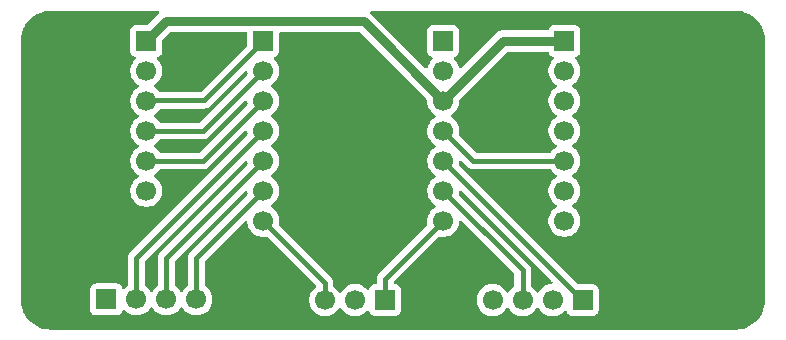
<source format=gbr>
%TF.GenerationSoftware,KiCad,Pcbnew,9.0.5*%
%TF.CreationDate,2025-10-11T11:20:09-04:00*%
%TF.ProjectId,agent-dev-mk1,6167656e-742d-4646-9576-2d6d6b312e6b,rev?*%
%TF.SameCoordinates,Original*%
%TF.FileFunction,Copper,L1,Top*%
%TF.FilePolarity,Positive*%
%FSLAX46Y46*%
G04 Gerber Fmt 4.6, Leading zero omitted, Abs format (unit mm)*
G04 Created by KiCad (PCBNEW 9.0.5) date 2025-10-11 11:20:09*
%MOMM*%
%LPD*%
G01*
G04 APERTURE LIST*
%TA.AperFunction,ComponentPad*%
%ADD10R,1.700000X1.700000*%
%TD*%
%TA.AperFunction,ComponentPad*%
%ADD11C,1.700000*%
%TD*%
%TA.AperFunction,Conductor*%
%ADD12C,0.400000*%
%TD*%
%TA.AperFunction,Conductor*%
%ADD13C,0.800000*%
%TD*%
G04 APERTURE END LIST*
D10*
%TO.P,J4,1,Pin_1*%
%TO.N,3V*%
X153500000Y-90060000D03*
D11*
%TO.P,J4,2,Pin_2*%
%TO.N,GND*%
X153500000Y-92600000D03*
%TO.P,J4,3,Pin_3*%
%TO.N,unconnected-(J4-Pin_3-Pad3)*%
X153500000Y-95140000D03*
%TO.P,J4,4,Pin_4*%
%TO.N,unconnected-(J4-Pin_4-Pad4)*%
X153500000Y-97680000D03*
%TO.P,J4,5,Pin_5*%
%TO.N,DIN*%
X153500000Y-100220000D03*
%TO.P,J4,6,Pin_6*%
%TO.N,BCLK*%
X153500000Y-102760000D03*
%TO.P,J4,7,Pin_7*%
%TO.N,LRC*%
X153500000Y-105300000D03*
%TD*%
D10*
%TO.P,J3,1,Pin_1*%
%TO.N,D9*%
X155040000Y-112000000D03*
D11*
%TO.P,J3,2,Pin_2*%
%TO.N,GND*%
X152500000Y-112000000D03*
%TO.P,J3,3,Pin_3*%
%TO.N,D8*%
X149960000Y-112000000D03*
%TO.P,J3,4,Pin_4*%
%TO.N,GND*%
X147420000Y-112000000D03*
%TD*%
D10*
%TO.P,J5,1,Pin_1*%
%TO.N,BCLK*%
X128000000Y-90060000D03*
D11*
%TO.P,J5,2,Pin_2*%
%TO.N,DOUT*%
X128000000Y-92600000D03*
%TO.P,J5,3,Pin_3*%
%TO.N,LRC*%
X128000000Y-95140000D03*
%TO.P,J5,4,Pin_4*%
%TO.N,D3*%
X128000000Y-97680000D03*
%TO.P,J5,5,Pin_5*%
%TO.N,D4*%
X128000000Y-100220000D03*
%TO.P,J5,6,Pin_6*%
%TO.N,D5*%
X128000000Y-102760000D03*
%TO.P,J5,7,Pin_7*%
%TO.N,D6*%
X128000000Y-105300000D03*
%TD*%
D10*
%TO.P,J8,1,Pin_1*%
%TO.N,GND*%
X114720000Y-111950000D03*
D11*
%TO.P,J8,2,Pin_2*%
%TO.N,D3*%
X117260000Y-111950000D03*
%TO.P,J8,3,Pin_3*%
%TO.N,D4*%
X119800000Y-111950000D03*
%TO.P,J8,4,Pin_4*%
%TO.N,D5*%
X122340000Y-111950000D03*
%TD*%
D10*
%TO.P,J6,1,Pin_1*%
%TO.N,unconnected-(J6-Pin_1-Pad1)*%
X143235000Y-90060000D03*
D11*
%TO.P,J6,2,Pin_2*%
%TO.N,GND*%
X143235000Y-92600000D03*
%TO.P,J6,3,Pin_3*%
%TO.N,3V*%
X143235000Y-95140000D03*
%TO.P,J6,4,Pin_4*%
%TO.N,DIN*%
X143235000Y-97680000D03*
%TO.P,J6,5,Pin_5*%
%TO.N,D9*%
X143235000Y-100220000D03*
%TO.P,J6,6,Pin_6*%
%TO.N,D8*%
X143235000Y-102760000D03*
%TO.P,J6,7,Pin_7*%
%TO.N,D7*%
X143235000Y-105300000D03*
%TD*%
D10*
%TO.P,J1,1,Pin_1*%
%TO.N,D7*%
X138320000Y-112000000D03*
D11*
%TO.P,J1,2,Pin_2*%
%TO.N,GND*%
X135780000Y-112000000D03*
%TO.P,J1,3,Pin_3*%
%TO.N,D6*%
X133240000Y-112000000D03*
%TD*%
D10*
%TO.P,J2,1,Pin_1*%
%TO.N,3V*%
X118100000Y-90060000D03*
D11*
%TO.P,J2,2,Pin_2*%
%TO.N,GND*%
X118100000Y-92600000D03*
%TO.P,J2,3,Pin_3*%
%TO.N,BCLK*%
X118100000Y-95140000D03*
%TO.P,J2,4,Pin_4*%
%TO.N,DOUT*%
X118100000Y-97680000D03*
%TO.P,J2,5,Pin_5*%
%TO.N,LRC*%
X118100000Y-100220000D03*
%TO.P,J2,6,Pin_6*%
%TO.N,unconnected-(J2-Pin_6-Pad6)*%
X118100000Y-102760000D03*
%TD*%
D12*
%TO.N,BCLK*%
X128000000Y-90060000D02*
X122960000Y-95100000D01*
X122960000Y-95100000D02*
X118140000Y-95100000D01*
X118140000Y-95100000D02*
X118100000Y-95140000D01*
%TO.N,GND*%
X135960000Y-112400000D02*
X135900000Y-112460000D01*
X152800000Y-112420000D02*
X152680000Y-112300000D01*
%TO.N,LRC*%
X122920000Y-100220000D02*
X118100000Y-100220000D01*
X128000000Y-95140000D02*
X122920000Y-100220000D01*
X153200000Y-104940000D02*
X153200000Y-105000000D01*
D13*
%TO.N,3V*%
X143235000Y-95140000D02*
X136504000Y-88409000D01*
X148315000Y-90060000D02*
X153500000Y-90060000D01*
X143235000Y-95140000D02*
X148315000Y-90060000D01*
X119751000Y-88409000D02*
X118100000Y-90060000D01*
X136504000Y-88409000D02*
X119751000Y-88409000D01*
D12*
%TO.N,DOUT*%
X128000000Y-92600000D02*
X122920000Y-97680000D01*
X122920000Y-97680000D02*
X118100000Y-97680000D01*
%TO.N,DIN*%
X143235000Y-97680000D02*
X145775000Y-100220000D01*
X145775000Y-100220000D02*
X153500000Y-100220000D01*
%TO.N,D7*%
X138500000Y-111940000D02*
X138500000Y-112400000D01*
X143235000Y-105300000D02*
X138320000Y-110215000D01*
X138320000Y-110215000D02*
X138320000Y-112000000D01*
%TO.N,D9*%
X143235000Y-100220000D02*
X155015000Y-112000000D01*
X154940000Y-112300000D02*
X155220000Y-112300000D01*
X155220000Y-111720000D02*
X155220000Y-112300000D01*
X155015000Y-112000000D02*
X155040000Y-112000000D01*
%TO.N,D4*%
X119800000Y-108420000D02*
X119800000Y-111950000D01*
X128000000Y-100220000D02*
X119800000Y-108420000D01*
%TO.N,D8*%
X149960000Y-109485000D02*
X149960000Y-112000000D01*
X143235000Y-102760000D02*
X149960000Y-109485000D01*
%TO.N,D5*%
X122340000Y-108420000D02*
X122340000Y-111950000D01*
X128000000Y-102760000D02*
X122340000Y-108420000D01*
%TO.N,D6*%
X128000000Y-105300000D02*
X133240000Y-110540000D01*
X133240000Y-110540000D02*
X133240000Y-112000000D01*
%TO.N,D3*%
X128000000Y-97680000D02*
X117260000Y-108420000D01*
X117260000Y-108420000D02*
X117260000Y-111950000D01*
%TD*%
%TA.AperFunction,NonConductor*%
G36*
X126592539Y-89329185D02*
G01*
X126638294Y-89381989D01*
X126649500Y-89433500D01*
X126649500Y-90368481D01*
X126629815Y-90435520D01*
X126613181Y-90456162D01*
X122706162Y-94363181D01*
X122644839Y-94396666D01*
X122618481Y-94399500D01*
X119294486Y-94399500D01*
X119227447Y-94379815D01*
X119194167Y-94348384D01*
X119130107Y-94260211D01*
X118979786Y-94109890D01*
X118807820Y-93984951D01*
X118807115Y-93984591D01*
X118799054Y-93980485D01*
X118748259Y-93932512D01*
X118731463Y-93864692D01*
X118753999Y-93798556D01*
X118799054Y-93759515D01*
X118807816Y-93755051D01*
X118829789Y-93739086D01*
X118979786Y-93630109D01*
X118979788Y-93630106D01*
X118979792Y-93630104D01*
X119130104Y-93479792D01*
X119130106Y-93479788D01*
X119130109Y-93479786D01*
X119255048Y-93307820D01*
X119255047Y-93307820D01*
X119255051Y-93307816D01*
X119351557Y-93118412D01*
X119417246Y-92916243D01*
X119450500Y-92706287D01*
X119450500Y-92493713D01*
X119417246Y-92283757D01*
X119351557Y-92081588D01*
X119255051Y-91892184D01*
X119255049Y-91892181D01*
X119255048Y-91892179D01*
X119130109Y-91720213D01*
X119016569Y-91606673D01*
X118983084Y-91545350D01*
X118988068Y-91475658D01*
X119029940Y-91419725D01*
X119060915Y-91402810D01*
X119192331Y-91353796D01*
X119307546Y-91267546D01*
X119393796Y-91152331D01*
X119444091Y-91017483D01*
X119450500Y-90957873D01*
X119450499Y-90034360D01*
X119470183Y-89967322D01*
X119486813Y-89946685D01*
X120087680Y-89345819D01*
X120149003Y-89312334D01*
X120175361Y-89309500D01*
X126525500Y-89309500D01*
X126592539Y-89329185D01*
G37*
%TD.AperFunction*%
%TA.AperFunction,NonConductor*%
G36*
X126546683Y-92582750D02*
G01*
X126568834Y-92584335D01*
X126579565Y-92592368D01*
X126592431Y-92596132D01*
X126606991Y-92612899D01*
X126624767Y-92626207D01*
X126629451Y-92638765D01*
X126638241Y-92648888D01*
X126648219Y-92682742D01*
X126649500Y-92691586D01*
X126649500Y-92706287D01*
X126674404Y-92863528D01*
X126674530Y-92864393D01*
X126669704Y-92898206D01*
X126665329Y-92932064D01*
X126664779Y-92932716D01*
X126664659Y-92933562D01*
X126639492Y-92969849D01*
X122666162Y-96943181D01*
X122604839Y-96976666D01*
X122578481Y-96979500D01*
X119323547Y-96979500D01*
X119256508Y-96959815D01*
X119223230Y-96928385D01*
X119130108Y-96800213D01*
X119130107Y-96800211D01*
X118979786Y-96649890D01*
X118807820Y-96524951D01*
X118807115Y-96524591D01*
X118799054Y-96520485D01*
X118748259Y-96472512D01*
X118731463Y-96404692D01*
X118753999Y-96338556D01*
X118799054Y-96299515D01*
X118807816Y-96295051D01*
X118829789Y-96279086D01*
X118979786Y-96170109D01*
X118979788Y-96170106D01*
X118979792Y-96170104D01*
X119130104Y-96019792D01*
X119138830Y-96007780D01*
X119252292Y-95851615D01*
X119307622Y-95808949D01*
X119352610Y-95800500D01*
X123028996Y-95800500D01*
X123120040Y-95782389D01*
X123164328Y-95773580D01*
X123228069Y-95747177D01*
X123291807Y-95720777D01*
X123291808Y-95720776D01*
X123291811Y-95720775D01*
X123406543Y-95644114D01*
X126437819Y-92612835D01*
X126449584Y-92606411D01*
X126458352Y-92596272D01*
X126479651Y-92589993D01*
X126499142Y-92579351D01*
X126512512Y-92580307D01*
X126525371Y-92576517D01*
X126546683Y-92582750D01*
G37*
%TD.AperFunction*%
%TA.AperFunction,NonConductor*%
G36*
X152115599Y-90980185D02*
G01*
X152161354Y-91032989D01*
X152164742Y-91041167D01*
X152206202Y-91152328D01*
X152206206Y-91152335D01*
X152292452Y-91267544D01*
X152292455Y-91267547D01*
X152407664Y-91353793D01*
X152407671Y-91353797D01*
X152539082Y-91402810D01*
X152595016Y-91444681D01*
X152619433Y-91510145D01*
X152604582Y-91578418D01*
X152583431Y-91606673D01*
X152469889Y-91720215D01*
X152344951Y-91892179D01*
X152248444Y-92081585D01*
X152182753Y-92283760D01*
X152149500Y-92493713D01*
X152149500Y-92706286D01*
X152174541Y-92864393D01*
X152182754Y-92916243D01*
X152188381Y-92933562D01*
X152248444Y-93118414D01*
X152344951Y-93307820D01*
X152469890Y-93479786D01*
X152620213Y-93630109D01*
X152792182Y-93755050D01*
X152800946Y-93759516D01*
X152851742Y-93807491D01*
X152868536Y-93875312D01*
X152845998Y-93941447D01*
X152800946Y-93980484D01*
X152792182Y-93984949D01*
X152620213Y-94109890D01*
X152469890Y-94260213D01*
X152344951Y-94432179D01*
X152248444Y-94621585D01*
X152182753Y-94823760D01*
X152149500Y-95033713D01*
X152149500Y-95246286D01*
X152174541Y-95404393D01*
X152182754Y-95456243D01*
X152243797Y-95644114D01*
X152248444Y-95658414D01*
X152344951Y-95847820D01*
X152469890Y-96019786D01*
X152620213Y-96170109D01*
X152792182Y-96295050D01*
X152800946Y-96299516D01*
X152851742Y-96347491D01*
X152868536Y-96415312D01*
X152845998Y-96481447D01*
X152800946Y-96520484D01*
X152792182Y-96524949D01*
X152620213Y-96649890D01*
X152469890Y-96800213D01*
X152344951Y-96972179D01*
X152248444Y-97161585D01*
X152182753Y-97363760D01*
X152149500Y-97573713D01*
X152149500Y-97786286D01*
X152174541Y-97944393D01*
X152182754Y-97996243D01*
X152200172Y-98049851D01*
X152248444Y-98198414D01*
X152344951Y-98387820D01*
X152469890Y-98559786D01*
X152620213Y-98710109D01*
X152792182Y-98835050D01*
X152800946Y-98839516D01*
X152851742Y-98887491D01*
X152868536Y-98955312D01*
X152845998Y-99021447D01*
X152800946Y-99060484D01*
X152792182Y-99064949D01*
X152620213Y-99189890D01*
X152469892Y-99340211D01*
X152401573Y-99434247D01*
X152376770Y-99468385D01*
X152321442Y-99511051D01*
X152276453Y-99519500D01*
X146116518Y-99519500D01*
X146049479Y-99499815D01*
X146028837Y-99483181D01*
X144595507Y-98049851D01*
X144562022Y-97988528D01*
X144560715Y-97942772D01*
X144585500Y-97786286D01*
X144585500Y-97573713D01*
X144552246Y-97363757D01*
X144486557Y-97161588D01*
X144390051Y-96972184D01*
X144390049Y-96972181D01*
X144390048Y-96972179D01*
X144265109Y-96800213D01*
X144114786Y-96649890D01*
X143942820Y-96524951D01*
X143942115Y-96524591D01*
X143934054Y-96520485D01*
X143883259Y-96472512D01*
X143866463Y-96404692D01*
X143888999Y-96338556D01*
X143934054Y-96299515D01*
X143942816Y-96295051D01*
X143964789Y-96279086D01*
X144114786Y-96170109D01*
X144114788Y-96170106D01*
X144114792Y-96170104D01*
X144265104Y-96019792D01*
X144265106Y-96019788D01*
X144265109Y-96019786D01*
X144390048Y-95847820D01*
X144390047Y-95847820D01*
X144390051Y-95847816D01*
X144486557Y-95658412D01*
X144552246Y-95456243D01*
X144585500Y-95246287D01*
X144585500Y-95114361D01*
X144605185Y-95047323D01*
X144621819Y-95026681D01*
X148651681Y-90996819D01*
X148713004Y-90963334D01*
X148739362Y-90960500D01*
X152048560Y-90960500D01*
X152115599Y-90980185D01*
G37*
%TD.AperFunction*%
%TA.AperFunction,NonConductor*%
G36*
X126546682Y-95122751D02*
G01*
X126568834Y-95124336D01*
X126579566Y-95132370D01*
X126592430Y-95136133D01*
X126606989Y-95152899D01*
X126624767Y-95166208D01*
X126629451Y-95178766D01*
X126638241Y-95188889D01*
X126648219Y-95222743D01*
X126649500Y-95231586D01*
X126649500Y-95246287D01*
X126674404Y-95403528D01*
X126674530Y-95404393D01*
X126669704Y-95438206D01*
X126665329Y-95472064D01*
X126664779Y-95472716D01*
X126664659Y-95473562D01*
X126639492Y-95509849D01*
X122666162Y-99483181D01*
X122604839Y-99516666D01*
X122578481Y-99519500D01*
X119323547Y-99519500D01*
X119256508Y-99499815D01*
X119223230Y-99468385D01*
X119130108Y-99340213D01*
X119130107Y-99340211D01*
X118979786Y-99189890D01*
X118807820Y-99064951D01*
X118807115Y-99064591D01*
X118799054Y-99060485D01*
X118748259Y-99012512D01*
X118731463Y-98944692D01*
X118753999Y-98878556D01*
X118799054Y-98839515D01*
X118807816Y-98835051D01*
X118829789Y-98819086D01*
X118979786Y-98710109D01*
X118979788Y-98710106D01*
X118979792Y-98710104D01*
X119130104Y-98559792D01*
X119223229Y-98431614D01*
X119278558Y-98388949D01*
X119323547Y-98380500D01*
X122988996Y-98380500D01*
X123080040Y-98362389D01*
X123124328Y-98353580D01*
X123188069Y-98327177D01*
X123251807Y-98300777D01*
X123251808Y-98300776D01*
X123251811Y-98300775D01*
X123366543Y-98224114D01*
X126437819Y-95152836D01*
X126449584Y-95146412D01*
X126458352Y-95136273D01*
X126479652Y-95129994D01*
X126499142Y-95119352D01*
X126512512Y-95120308D01*
X126525370Y-95116518D01*
X126546682Y-95122751D01*
G37*
%TD.AperFunction*%
%TA.AperFunction,NonConductor*%
G36*
X126546682Y-102742751D02*
G01*
X126568834Y-102744336D01*
X126579566Y-102752370D01*
X126592430Y-102756133D01*
X126606989Y-102772899D01*
X126624767Y-102786208D01*
X126629451Y-102798766D01*
X126638241Y-102808889D01*
X126648219Y-102842743D01*
X126649500Y-102851586D01*
X126649500Y-102866287D01*
X126674404Y-103023528D01*
X126674530Y-103024393D01*
X126669704Y-103058206D01*
X126665329Y-103092064D01*
X126664779Y-103092716D01*
X126664659Y-103093562D01*
X126639492Y-103129849D01*
X121795887Y-107973454D01*
X121719222Y-108088192D01*
X121666421Y-108215667D01*
X121666418Y-108215677D01*
X121639500Y-108351004D01*
X121639500Y-110726452D01*
X121619815Y-110793491D01*
X121588385Y-110826770D01*
X121460213Y-110919890D01*
X121309890Y-111070213D01*
X121184949Y-111242182D01*
X121180484Y-111250946D01*
X121132509Y-111301742D01*
X121064688Y-111318536D01*
X120998553Y-111295998D01*
X120959516Y-111250946D01*
X120955050Y-111242182D01*
X120830109Y-111070213D01*
X120679786Y-110919890D01*
X120551615Y-110826770D01*
X120508949Y-110771441D01*
X120500500Y-110726452D01*
X120500500Y-108761518D01*
X120520185Y-108694479D01*
X120536814Y-108673842D01*
X126437819Y-102772836D01*
X126449584Y-102766412D01*
X126458352Y-102756273D01*
X126479652Y-102749994D01*
X126499142Y-102739352D01*
X126512512Y-102740308D01*
X126525370Y-102736518D01*
X126546682Y-102742751D01*
G37*
%TD.AperFunction*%
%TA.AperFunction,NonConductor*%
G36*
X126546682Y-100202751D02*
G01*
X126568834Y-100204336D01*
X126579566Y-100212370D01*
X126592430Y-100216133D01*
X126606989Y-100232899D01*
X126624767Y-100246208D01*
X126629451Y-100258766D01*
X126638241Y-100268889D01*
X126648219Y-100302743D01*
X126649500Y-100311586D01*
X126649500Y-100326287D01*
X126674404Y-100483528D01*
X126674530Y-100484393D01*
X126669704Y-100518206D01*
X126665329Y-100552064D01*
X126664779Y-100552716D01*
X126664659Y-100553562D01*
X126639492Y-100589849D01*
X119255887Y-107973454D01*
X119179222Y-108088192D01*
X119126421Y-108215667D01*
X119126418Y-108215677D01*
X119099500Y-108351004D01*
X119099500Y-110726452D01*
X119079815Y-110793491D01*
X119048385Y-110826770D01*
X118920213Y-110919890D01*
X118769890Y-111070213D01*
X118644949Y-111242182D01*
X118640484Y-111250946D01*
X118592509Y-111301742D01*
X118524688Y-111318536D01*
X118458553Y-111295998D01*
X118419516Y-111250946D01*
X118415050Y-111242182D01*
X118290109Y-111070213D01*
X118139786Y-110919890D01*
X118011615Y-110826770D01*
X117968949Y-110771441D01*
X117960500Y-110726452D01*
X117960500Y-108761518D01*
X117980185Y-108694479D01*
X117996814Y-108673842D01*
X126437819Y-100232836D01*
X126449584Y-100226412D01*
X126458352Y-100216273D01*
X126479652Y-100209994D01*
X126499142Y-100199352D01*
X126512512Y-100200308D01*
X126525370Y-100196518D01*
X126546682Y-100202751D01*
G37*
%TD.AperFunction*%
%TA.AperFunction,NonConductor*%
G36*
X144735442Y-102741569D02*
G01*
X144744560Y-102741579D01*
X144766720Y-102755853D01*
X144790703Y-102766806D01*
X144797181Y-102772838D01*
X152463457Y-110439114D01*
X152496942Y-110500437D01*
X152491958Y-110570129D01*
X152450086Y-110626062D01*
X152395174Y-110649268D01*
X152183760Y-110682753D01*
X151981585Y-110748444D01*
X151792179Y-110844951D01*
X151620213Y-110969890D01*
X151469890Y-111120213D01*
X151344949Y-111292182D01*
X151340484Y-111300946D01*
X151292509Y-111351742D01*
X151224688Y-111368536D01*
X151158553Y-111345998D01*
X151119516Y-111300946D01*
X151115050Y-111292182D01*
X150990109Y-111120213D01*
X150839786Y-110969890D01*
X150711615Y-110876770D01*
X150668949Y-110821441D01*
X150660500Y-110776452D01*
X150660500Y-109416004D01*
X150633581Y-109280677D01*
X150633580Y-109280676D01*
X150633580Y-109280672D01*
X150580775Y-109153189D01*
X150558933Y-109120500D01*
X150558933Y-109120499D01*
X150558931Y-109120498D01*
X150504114Y-109038457D01*
X150504111Y-109038453D01*
X144595507Y-103129850D01*
X144593286Y-103125782D01*
X144589390Y-103123273D01*
X144576698Y-103095404D01*
X144562022Y-103068527D01*
X144561818Y-103062730D01*
X144560432Y-103059687D01*
X144560660Y-103029843D01*
X144560469Y-103024393D01*
X144560583Y-103023601D01*
X144585500Y-102866287D01*
X144585500Y-102851586D01*
X144586781Y-102842743D01*
X144597758Y-102818772D01*
X144605185Y-102793480D01*
X144612074Y-102787510D01*
X144615872Y-102779218D01*
X144638069Y-102764985D01*
X144657989Y-102747725D01*
X144667012Y-102746427D01*
X144674690Y-102741505D01*
X144701053Y-102741532D01*
X144727147Y-102737781D01*
X144735442Y-102741569D01*
G37*
%TD.AperFunction*%
%TA.AperFunction,NonConductor*%
G36*
X136146677Y-89329185D02*
G01*
X136167319Y-89345819D01*
X141848181Y-95026680D01*
X141881666Y-95088003D01*
X141884500Y-95114361D01*
X141884500Y-95246286D01*
X141909541Y-95404393D01*
X141917754Y-95456243D01*
X141978797Y-95644114D01*
X141983444Y-95658414D01*
X142079951Y-95847820D01*
X142204890Y-96019786D01*
X142355213Y-96170109D01*
X142527182Y-96295050D01*
X142535946Y-96299516D01*
X142586742Y-96347491D01*
X142603536Y-96415312D01*
X142580998Y-96481447D01*
X142535946Y-96520484D01*
X142527182Y-96524949D01*
X142355213Y-96649890D01*
X142204890Y-96800213D01*
X142079951Y-96972179D01*
X141983444Y-97161585D01*
X141917753Y-97363760D01*
X141884500Y-97573713D01*
X141884500Y-97786286D01*
X141909541Y-97944393D01*
X141917754Y-97996243D01*
X141935172Y-98049851D01*
X141983444Y-98198414D01*
X142079951Y-98387820D01*
X142204890Y-98559786D01*
X142355213Y-98710109D01*
X142527182Y-98835050D01*
X142535946Y-98839516D01*
X142586742Y-98887491D01*
X142603536Y-98955312D01*
X142580998Y-99021447D01*
X142535946Y-99060484D01*
X142527182Y-99064949D01*
X142355213Y-99189890D01*
X142204890Y-99340213D01*
X142079951Y-99512179D01*
X141983444Y-99701585D01*
X141917753Y-99903760D01*
X141884500Y-100113713D01*
X141884500Y-100326286D01*
X141915613Y-100522730D01*
X141917754Y-100536243D01*
X141933850Y-100585782D01*
X141983444Y-100738414D01*
X142079951Y-100927820D01*
X142204890Y-101099786D01*
X142355213Y-101250109D01*
X142527182Y-101375050D01*
X142535946Y-101379516D01*
X142586742Y-101427491D01*
X142603536Y-101495312D01*
X142580998Y-101561447D01*
X142535946Y-101600484D01*
X142527182Y-101604949D01*
X142355213Y-101729890D01*
X142204890Y-101880213D01*
X142079951Y-102052179D01*
X141983444Y-102241585D01*
X141917753Y-102443760D01*
X141884500Y-102653713D01*
X141884500Y-102866286D01*
X141915613Y-103062730D01*
X141917754Y-103076243D01*
X141933850Y-103125782D01*
X141983444Y-103278414D01*
X142079951Y-103467820D01*
X142204890Y-103639786D01*
X142355213Y-103790109D01*
X142527182Y-103915050D01*
X142535946Y-103919516D01*
X142586742Y-103967491D01*
X142603536Y-104035312D01*
X142580998Y-104101447D01*
X142535946Y-104140484D01*
X142527182Y-104144949D01*
X142355213Y-104269890D01*
X142204890Y-104420213D01*
X142079951Y-104592179D01*
X141983444Y-104781585D01*
X141917753Y-104983760D01*
X141884500Y-105193713D01*
X141884500Y-105406287D01*
X141884499Y-105406287D01*
X141909284Y-105562771D01*
X141900329Y-105632064D01*
X141874492Y-105669849D01*
X137775888Y-109768453D01*
X137775884Y-109768458D01*
X137754702Y-109800161D01*
X137743577Y-109816811D01*
X137721324Y-109850114D01*
X137699223Y-109883191D01*
X137646421Y-110010667D01*
X137646418Y-110010677D01*
X137619500Y-110146004D01*
X137619500Y-110525500D01*
X137599815Y-110592539D01*
X137547011Y-110638294D01*
X137495502Y-110649500D01*
X137422130Y-110649500D01*
X137422123Y-110649501D01*
X137362516Y-110655908D01*
X137227671Y-110706202D01*
X137227664Y-110706206D01*
X137112455Y-110792452D01*
X137112452Y-110792455D01*
X137026206Y-110907664D01*
X137026203Y-110907669D01*
X136977189Y-111039083D01*
X136935317Y-111095016D01*
X136869853Y-111119433D01*
X136801580Y-111104581D01*
X136773326Y-111083430D01*
X136659786Y-110969890D01*
X136487820Y-110844951D01*
X136298414Y-110748444D01*
X136298413Y-110748443D01*
X136298412Y-110748443D01*
X136096243Y-110682754D01*
X136096241Y-110682753D01*
X136096240Y-110682753D01*
X135928601Y-110656202D01*
X135886287Y-110649500D01*
X135673713Y-110649500D01*
X135631399Y-110656202D01*
X135463760Y-110682753D01*
X135261585Y-110748444D01*
X135072179Y-110844951D01*
X134900213Y-110969890D01*
X134749890Y-111120213D01*
X134624949Y-111292182D01*
X134620484Y-111300946D01*
X134572509Y-111351742D01*
X134504688Y-111368536D01*
X134438553Y-111345998D01*
X134399516Y-111300946D01*
X134395050Y-111292182D01*
X134270109Y-111120213D01*
X134119786Y-110969890D01*
X133991615Y-110876770D01*
X133948949Y-110821441D01*
X133940500Y-110776452D01*
X133940500Y-110471004D01*
X133913581Y-110335677D01*
X133913580Y-110335676D01*
X133913580Y-110335672D01*
X133913578Y-110335667D01*
X133860778Y-110208195D01*
X133860773Y-110208186D01*
X133845615Y-110185501D01*
X133845615Y-110185500D01*
X133845614Y-110185499D01*
X133784114Y-110093457D01*
X133784111Y-110093453D01*
X129360507Y-105669850D01*
X129327022Y-105608527D01*
X129325715Y-105562771D01*
X129350500Y-105406286D01*
X129350500Y-105193713D01*
X129317246Y-104983757D01*
X129251557Y-104781588D01*
X129155051Y-104592184D01*
X129155049Y-104592181D01*
X129155048Y-104592179D01*
X129030109Y-104420213D01*
X128879786Y-104269890D01*
X128707820Y-104144951D01*
X128707115Y-104144591D01*
X128699054Y-104140485D01*
X128648259Y-104092512D01*
X128631463Y-104024692D01*
X128653999Y-103958556D01*
X128699054Y-103919515D01*
X128707816Y-103915051D01*
X128729789Y-103899086D01*
X128879786Y-103790109D01*
X128879788Y-103790106D01*
X128879792Y-103790104D01*
X129030104Y-103639792D01*
X129030106Y-103639788D01*
X129030109Y-103639786D01*
X129155048Y-103467820D01*
X129155047Y-103467820D01*
X129155051Y-103467816D01*
X129251557Y-103278412D01*
X129317246Y-103076243D01*
X129350500Y-102866287D01*
X129350500Y-102653713D01*
X129317246Y-102443757D01*
X129251557Y-102241588D01*
X129155051Y-102052184D01*
X129155049Y-102052181D01*
X129155048Y-102052179D01*
X129030109Y-101880213D01*
X128879786Y-101729890D01*
X128707820Y-101604951D01*
X128707115Y-101604591D01*
X128699054Y-101600485D01*
X128648259Y-101552512D01*
X128631463Y-101484692D01*
X128653999Y-101418556D01*
X128699054Y-101379515D01*
X128707816Y-101375051D01*
X128729789Y-101359086D01*
X128879786Y-101250109D01*
X128879788Y-101250106D01*
X128879792Y-101250104D01*
X129030104Y-101099792D01*
X129030106Y-101099788D01*
X129030109Y-101099786D01*
X129155048Y-100927820D01*
X129155047Y-100927820D01*
X129155051Y-100927816D01*
X129251557Y-100738412D01*
X129317246Y-100536243D01*
X129350500Y-100326287D01*
X129350500Y-100113713D01*
X129317246Y-99903757D01*
X129251557Y-99701588D01*
X129155051Y-99512184D01*
X129155049Y-99512181D01*
X129155048Y-99512179D01*
X129030109Y-99340213D01*
X128879786Y-99189890D01*
X128707820Y-99064951D01*
X128707115Y-99064591D01*
X128699054Y-99060485D01*
X128648259Y-99012512D01*
X128631463Y-98944692D01*
X128653999Y-98878556D01*
X128699054Y-98839515D01*
X128707816Y-98835051D01*
X128729789Y-98819086D01*
X128879786Y-98710109D01*
X128879788Y-98710106D01*
X128879792Y-98710104D01*
X129030104Y-98559792D01*
X129030106Y-98559788D01*
X129030109Y-98559786D01*
X129155048Y-98387820D01*
X129155047Y-98387820D01*
X129155051Y-98387816D01*
X129251557Y-98198412D01*
X129317246Y-97996243D01*
X129350500Y-97786287D01*
X129350500Y-97573713D01*
X129317246Y-97363757D01*
X129251557Y-97161588D01*
X129155051Y-96972184D01*
X129155049Y-96972181D01*
X129155048Y-96972179D01*
X129030109Y-96800213D01*
X128879786Y-96649890D01*
X128707820Y-96524951D01*
X128707115Y-96524591D01*
X128699054Y-96520485D01*
X128648259Y-96472512D01*
X128631463Y-96404692D01*
X128653999Y-96338556D01*
X128699054Y-96299515D01*
X128707816Y-96295051D01*
X128729789Y-96279086D01*
X128879786Y-96170109D01*
X128879788Y-96170106D01*
X128879792Y-96170104D01*
X129030104Y-96019792D01*
X129030106Y-96019788D01*
X129030109Y-96019786D01*
X129155048Y-95847820D01*
X129155047Y-95847820D01*
X129155051Y-95847816D01*
X129251557Y-95658412D01*
X129317246Y-95456243D01*
X129350500Y-95246287D01*
X129350500Y-95033713D01*
X129317246Y-94823757D01*
X129251557Y-94621588D01*
X129155051Y-94432184D01*
X129155049Y-94432181D01*
X129155048Y-94432179D01*
X129030109Y-94260213D01*
X128879786Y-94109890D01*
X128707820Y-93984951D01*
X128707115Y-93984591D01*
X128699054Y-93980485D01*
X128648259Y-93932512D01*
X128631463Y-93864692D01*
X128653999Y-93798556D01*
X128699054Y-93759515D01*
X128707816Y-93755051D01*
X128729789Y-93739086D01*
X128879786Y-93630109D01*
X128879788Y-93630106D01*
X128879792Y-93630104D01*
X129030104Y-93479792D01*
X129030106Y-93479788D01*
X129030109Y-93479786D01*
X129155048Y-93307820D01*
X129155047Y-93307820D01*
X129155051Y-93307816D01*
X129251557Y-93118412D01*
X129317246Y-92916243D01*
X129350500Y-92706287D01*
X129350500Y-92493713D01*
X129317246Y-92283757D01*
X129251557Y-92081588D01*
X129155051Y-91892184D01*
X129155049Y-91892181D01*
X129155048Y-91892179D01*
X129030109Y-91720213D01*
X128916569Y-91606673D01*
X128883084Y-91545350D01*
X128888068Y-91475658D01*
X128929940Y-91419725D01*
X128960915Y-91402810D01*
X129092331Y-91353796D01*
X129207546Y-91267546D01*
X129293796Y-91152331D01*
X129344091Y-91017483D01*
X129350500Y-90957873D01*
X129350499Y-89433499D01*
X129370184Y-89366461D01*
X129422987Y-89320706D01*
X129474499Y-89309500D01*
X136079638Y-89309500D01*
X136146677Y-89329185D01*
G37*
%TD.AperFunction*%
%TA.AperFunction,NonConductor*%
G36*
X119153677Y-87520185D02*
G01*
X119199432Y-87572989D01*
X119209376Y-87642147D01*
X119180351Y-87705703D01*
X119174319Y-87712181D01*
X118213317Y-88673181D01*
X118151994Y-88706666D01*
X118125636Y-88709500D01*
X117202129Y-88709500D01*
X117202123Y-88709501D01*
X117142516Y-88715908D01*
X117007671Y-88766202D01*
X117007664Y-88766206D01*
X116892455Y-88852452D01*
X116892452Y-88852455D01*
X116806206Y-88967664D01*
X116806202Y-88967671D01*
X116755908Y-89102517D01*
X116749816Y-89159184D01*
X116749501Y-89162123D01*
X116749500Y-89162135D01*
X116749500Y-90957870D01*
X116749501Y-90957876D01*
X116755908Y-91017483D01*
X116806202Y-91152328D01*
X116806206Y-91152335D01*
X116892452Y-91267544D01*
X116892455Y-91267547D01*
X117007664Y-91353793D01*
X117007671Y-91353797D01*
X117139082Y-91402810D01*
X117195016Y-91444681D01*
X117219433Y-91510145D01*
X117204582Y-91578418D01*
X117183431Y-91606673D01*
X117069889Y-91720215D01*
X116944951Y-91892179D01*
X116848444Y-92081585D01*
X116782753Y-92283760D01*
X116749500Y-92493713D01*
X116749500Y-92706286D01*
X116774541Y-92864393D01*
X116782754Y-92916243D01*
X116788381Y-92933562D01*
X116848444Y-93118414D01*
X116944951Y-93307820D01*
X117069890Y-93479786D01*
X117220213Y-93630109D01*
X117392182Y-93755050D01*
X117400946Y-93759516D01*
X117451742Y-93807491D01*
X117468536Y-93875312D01*
X117445998Y-93941447D01*
X117400946Y-93980484D01*
X117392182Y-93984949D01*
X117220213Y-94109890D01*
X117069890Y-94260213D01*
X116944951Y-94432179D01*
X116848444Y-94621585D01*
X116782753Y-94823760D01*
X116749500Y-95033713D01*
X116749500Y-95246286D01*
X116774541Y-95404393D01*
X116782754Y-95456243D01*
X116843797Y-95644114D01*
X116848444Y-95658414D01*
X116944951Y-95847820D01*
X117069890Y-96019786D01*
X117220213Y-96170109D01*
X117392182Y-96295050D01*
X117400946Y-96299516D01*
X117451742Y-96347491D01*
X117468536Y-96415312D01*
X117445998Y-96481447D01*
X117400946Y-96520484D01*
X117392182Y-96524949D01*
X117220213Y-96649890D01*
X117069890Y-96800213D01*
X116944951Y-96972179D01*
X116848444Y-97161585D01*
X116782753Y-97363760D01*
X116749500Y-97573713D01*
X116749500Y-97786286D01*
X116774541Y-97944393D01*
X116782754Y-97996243D01*
X116800172Y-98049851D01*
X116848444Y-98198414D01*
X116944951Y-98387820D01*
X117069890Y-98559786D01*
X117220213Y-98710109D01*
X117392182Y-98835050D01*
X117400946Y-98839516D01*
X117451742Y-98887491D01*
X117468536Y-98955312D01*
X117445998Y-99021447D01*
X117400946Y-99060484D01*
X117392182Y-99064949D01*
X117220213Y-99189890D01*
X117069890Y-99340213D01*
X116944951Y-99512179D01*
X116848444Y-99701585D01*
X116782753Y-99903760D01*
X116749500Y-100113713D01*
X116749500Y-100326286D01*
X116780613Y-100522730D01*
X116782754Y-100536243D01*
X116798850Y-100585782D01*
X116848444Y-100738414D01*
X116944951Y-100927820D01*
X117069890Y-101099786D01*
X117220213Y-101250109D01*
X117392182Y-101375050D01*
X117400946Y-101379516D01*
X117451742Y-101427491D01*
X117468536Y-101495312D01*
X117445998Y-101561447D01*
X117400946Y-101600484D01*
X117392182Y-101604949D01*
X117220213Y-101729890D01*
X117069890Y-101880213D01*
X116944951Y-102052179D01*
X116848444Y-102241585D01*
X116782753Y-102443760D01*
X116749500Y-102653713D01*
X116749500Y-102866286D01*
X116780613Y-103062730D01*
X116782754Y-103076243D01*
X116798850Y-103125782D01*
X116848444Y-103278414D01*
X116944951Y-103467820D01*
X117069890Y-103639786D01*
X117220213Y-103790109D01*
X117392179Y-103915048D01*
X117392181Y-103915049D01*
X117392184Y-103915051D01*
X117581588Y-104011557D01*
X117783757Y-104077246D01*
X117993713Y-104110500D01*
X117993714Y-104110500D01*
X118206286Y-104110500D01*
X118206287Y-104110500D01*
X118416243Y-104077246D01*
X118618412Y-104011557D01*
X118807816Y-103915051D01*
X118829789Y-103899086D01*
X118979786Y-103790109D01*
X118979788Y-103790106D01*
X118979792Y-103790104D01*
X119130104Y-103639792D01*
X119130106Y-103639788D01*
X119130109Y-103639786D01*
X119255048Y-103467820D01*
X119255047Y-103467820D01*
X119255051Y-103467816D01*
X119351557Y-103278412D01*
X119417246Y-103076243D01*
X119450500Y-102866287D01*
X119450500Y-102653713D01*
X119417246Y-102443757D01*
X119351557Y-102241588D01*
X119255051Y-102052184D01*
X119255049Y-102052181D01*
X119255048Y-102052179D01*
X119130109Y-101880213D01*
X118979786Y-101729890D01*
X118807820Y-101604951D01*
X118807115Y-101604591D01*
X118799054Y-101600485D01*
X118748259Y-101552512D01*
X118731463Y-101484692D01*
X118753999Y-101418556D01*
X118799054Y-101379515D01*
X118807816Y-101375051D01*
X118829789Y-101359086D01*
X118979786Y-101250109D01*
X118979788Y-101250106D01*
X118979792Y-101250104D01*
X119130104Y-101099792D01*
X119223229Y-100971614D01*
X119278558Y-100928949D01*
X119323547Y-100920500D01*
X122988996Y-100920500D01*
X123097412Y-100898934D01*
X123124328Y-100893580D01*
X123188069Y-100867177D01*
X123251807Y-100840777D01*
X123251808Y-100840776D01*
X123251811Y-100840775D01*
X123366543Y-100764114D01*
X126437819Y-97692836D01*
X126499142Y-97659352D01*
X126568834Y-97664336D01*
X126624767Y-97706208D01*
X126648219Y-97762743D01*
X126649500Y-97771586D01*
X126649500Y-97786287D01*
X126674404Y-97943528D01*
X126674530Y-97944393D01*
X126669704Y-97978206D01*
X126665329Y-98012064D01*
X126664752Y-98012907D01*
X126664659Y-98013562D01*
X126662965Y-98015520D01*
X126639492Y-98049849D01*
X116715887Y-107973454D01*
X116639222Y-108088192D01*
X116586421Y-108215667D01*
X116586418Y-108215677D01*
X116559500Y-108351004D01*
X116559500Y-110726452D01*
X116539815Y-110793491D01*
X116508385Y-110826770D01*
X116380215Y-110919889D01*
X116266673Y-111033431D01*
X116205350Y-111066915D01*
X116135658Y-111061931D01*
X116079725Y-111020059D01*
X116062810Y-110989082D01*
X116013797Y-110857671D01*
X116013793Y-110857664D01*
X115927547Y-110742455D01*
X115927544Y-110742452D01*
X115812335Y-110656206D01*
X115812328Y-110656202D01*
X115677482Y-110605908D01*
X115677483Y-110605908D01*
X115617883Y-110599501D01*
X115617881Y-110599500D01*
X115617873Y-110599500D01*
X115617864Y-110599500D01*
X113822129Y-110599500D01*
X113822123Y-110599501D01*
X113762516Y-110605908D01*
X113627671Y-110656202D01*
X113627664Y-110656206D01*
X113512455Y-110742452D01*
X113512452Y-110742455D01*
X113426206Y-110857664D01*
X113426202Y-110857671D01*
X113375908Y-110992517D01*
X113369501Y-111052116D01*
X113369500Y-111052135D01*
X113369500Y-112847870D01*
X113369501Y-112847876D01*
X113375908Y-112907483D01*
X113426202Y-113042328D01*
X113426206Y-113042335D01*
X113512452Y-113157544D01*
X113512455Y-113157547D01*
X113627664Y-113243793D01*
X113627671Y-113243797D01*
X113762517Y-113294091D01*
X113762516Y-113294091D01*
X113769444Y-113294835D01*
X113822127Y-113300500D01*
X115617872Y-113300499D01*
X115677483Y-113294091D01*
X115812331Y-113243796D01*
X115927546Y-113157546D01*
X116013796Y-113042331D01*
X116062810Y-112910916D01*
X116104681Y-112854984D01*
X116170145Y-112830566D01*
X116238418Y-112845417D01*
X116266673Y-112866569D01*
X116380213Y-112980109D01*
X116552179Y-113105048D01*
X116552181Y-113105049D01*
X116552184Y-113105051D01*
X116741588Y-113201557D01*
X116943757Y-113267246D01*
X117153713Y-113300500D01*
X117153714Y-113300500D01*
X117366286Y-113300500D01*
X117366287Y-113300500D01*
X117576243Y-113267246D01*
X117778412Y-113201557D01*
X117967816Y-113105051D01*
X118054138Y-113042335D01*
X118139786Y-112980109D01*
X118139788Y-112980106D01*
X118139792Y-112980104D01*
X118290104Y-112829792D01*
X118290106Y-112829788D01*
X118290109Y-112829786D01*
X118415048Y-112657820D01*
X118415047Y-112657820D01*
X118415051Y-112657816D01*
X118419514Y-112649054D01*
X118467488Y-112598259D01*
X118535308Y-112581463D01*
X118601444Y-112603999D01*
X118640486Y-112649056D01*
X118644951Y-112657820D01*
X118769890Y-112829786D01*
X118920213Y-112980109D01*
X119092179Y-113105048D01*
X119092181Y-113105049D01*
X119092184Y-113105051D01*
X119281588Y-113201557D01*
X119483757Y-113267246D01*
X119693713Y-113300500D01*
X119693714Y-113300500D01*
X119906286Y-113300500D01*
X119906287Y-113300500D01*
X120116243Y-113267246D01*
X120318412Y-113201557D01*
X120507816Y-113105051D01*
X120594138Y-113042335D01*
X120679786Y-112980109D01*
X120679788Y-112980106D01*
X120679792Y-112980104D01*
X120830104Y-112829792D01*
X120830106Y-112829788D01*
X120830109Y-112829786D01*
X120955048Y-112657820D01*
X120955047Y-112657820D01*
X120955051Y-112657816D01*
X120959514Y-112649054D01*
X121007488Y-112598259D01*
X121075308Y-112581463D01*
X121141444Y-112603999D01*
X121180486Y-112649056D01*
X121184951Y-112657820D01*
X121309890Y-112829786D01*
X121460213Y-112980109D01*
X121632179Y-113105048D01*
X121632181Y-113105049D01*
X121632184Y-113105051D01*
X121821588Y-113201557D01*
X122023757Y-113267246D01*
X122233713Y-113300500D01*
X122233714Y-113300500D01*
X122446286Y-113300500D01*
X122446287Y-113300500D01*
X122656243Y-113267246D01*
X122858412Y-113201557D01*
X123047816Y-113105051D01*
X123134138Y-113042335D01*
X123219786Y-112980109D01*
X123219788Y-112980106D01*
X123219792Y-112980104D01*
X123370104Y-112829792D01*
X123370106Y-112829788D01*
X123370109Y-112829786D01*
X123495048Y-112657820D01*
X123495047Y-112657820D01*
X123495051Y-112657816D01*
X123591557Y-112468412D01*
X123657246Y-112266243D01*
X123690500Y-112056287D01*
X123690500Y-111843713D01*
X123657246Y-111633757D01*
X123591557Y-111431588D01*
X123495051Y-111242184D01*
X123495049Y-111242181D01*
X123495048Y-111242179D01*
X123370109Y-111070213D01*
X123219786Y-110919890D01*
X123091615Y-110826770D01*
X123048949Y-110771441D01*
X123040500Y-110726452D01*
X123040500Y-108761518D01*
X123060185Y-108694479D01*
X123076814Y-108673842D01*
X126437819Y-105312836D01*
X126499142Y-105279352D01*
X126568834Y-105284336D01*
X126624767Y-105326208D01*
X126649184Y-105391672D01*
X126649500Y-105400518D01*
X126649500Y-105406286D01*
X126682753Y-105616239D01*
X126748444Y-105818414D01*
X126844951Y-106007820D01*
X126969890Y-106179786D01*
X127120213Y-106330109D01*
X127292179Y-106455048D01*
X127292181Y-106455049D01*
X127292184Y-106455051D01*
X127481588Y-106551557D01*
X127683757Y-106617246D01*
X127893713Y-106650500D01*
X127893714Y-106650500D01*
X128106286Y-106650500D01*
X128106287Y-106650500D01*
X128262771Y-106625715D01*
X128332064Y-106634670D01*
X128369850Y-106660507D01*
X132442326Y-110732983D01*
X132475811Y-110794306D01*
X132470827Y-110863998D01*
X132428955Y-110919931D01*
X132427531Y-110920982D01*
X132360209Y-110969894D01*
X132209890Y-111120213D01*
X132084951Y-111292179D01*
X131988444Y-111481585D01*
X131922753Y-111683760D01*
X131889500Y-111893713D01*
X131889500Y-112106286D01*
X131922753Y-112316239D01*
X131988444Y-112518414D01*
X132084951Y-112707820D01*
X132209890Y-112879786D01*
X132360213Y-113030109D01*
X132532179Y-113155048D01*
X132532181Y-113155049D01*
X132532184Y-113155051D01*
X132721588Y-113251557D01*
X132923757Y-113317246D01*
X133133713Y-113350500D01*
X133133714Y-113350500D01*
X133346286Y-113350500D01*
X133346287Y-113350500D01*
X133556243Y-113317246D01*
X133758412Y-113251557D01*
X133947816Y-113155051D01*
X134034138Y-113092335D01*
X134119786Y-113030109D01*
X134119788Y-113030106D01*
X134119792Y-113030104D01*
X134270104Y-112879792D01*
X134270106Y-112879788D01*
X134270109Y-112879786D01*
X134395048Y-112707820D01*
X134395047Y-112707820D01*
X134395051Y-112707816D01*
X134399514Y-112699054D01*
X134447488Y-112648259D01*
X134515308Y-112631463D01*
X134581444Y-112653999D01*
X134620486Y-112699056D01*
X134624951Y-112707820D01*
X134749890Y-112879786D01*
X134900213Y-113030109D01*
X135072179Y-113155048D01*
X135072181Y-113155049D01*
X135072184Y-113155051D01*
X135261588Y-113251557D01*
X135463757Y-113317246D01*
X135673713Y-113350500D01*
X135673714Y-113350500D01*
X135886286Y-113350500D01*
X135886287Y-113350500D01*
X136096243Y-113317246D01*
X136298412Y-113251557D01*
X136487816Y-113155051D01*
X136574147Y-113092328D01*
X136659784Y-113030110D01*
X136659784Y-113030109D01*
X136659792Y-113030104D01*
X136773329Y-112916566D01*
X136834648Y-112883084D01*
X136904340Y-112888068D01*
X136960274Y-112929939D01*
X136977189Y-112960917D01*
X137026202Y-113092328D01*
X137026206Y-113092335D01*
X137112452Y-113207544D01*
X137112455Y-113207547D01*
X137227664Y-113293793D01*
X137227671Y-113293797D01*
X137362517Y-113344091D01*
X137362516Y-113344091D01*
X137369444Y-113344835D01*
X137422127Y-113350500D01*
X139217872Y-113350499D01*
X139277483Y-113344091D01*
X139412331Y-113293796D01*
X139527546Y-113207546D01*
X139613796Y-113092331D01*
X139664091Y-112957483D01*
X139670500Y-112897873D01*
X139670499Y-111102128D01*
X139664091Y-111042517D01*
X139662810Y-111039083D01*
X139613797Y-110907671D01*
X139613793Y-110907664D01*
X139527547Y-110792455D01*
X139527544Y-110792452D01*
X139412335Y-110706206D01*
X139412328Y-110706202D01*
X139277482Y-110655908D01*
X139277483Y-110655908D01*
X139217883Y-110649501D01*
X139217881Y-110649500D01*
X139217873Y-110649500D01*
X139217865Y-110649500D01*
X139175519Y-110649500D01*
X139108480Y-110629815D01*
X139062725Y-110577011D01*
X139052781Y-110507853D01*
X139081806Y-110444297D01*
X139087838Y-110437819D01*
X139786819Y-109738838D01*
X142865150Y-106660505D01*
X142926471Y-106627022D01*
X142972227Y-106625715D01*
X143028767Y-106634670D01*
X143128713Y-106650500D01*
X143128714Y-106650500D01*
X143341286Y-106650500D01*
X143341287Y-106650500D01*
X143551243Y-106617246D01*
X143753412Y-106551557D01*
X143942816Y-106455051D01*
X143964789Y-106439086D01*
X144114786Y-106330109D01*
X144114788Y-106330106D01*
X144114792Y-106330104D01*
X144265104Y-106179792D01*
X144265106Y-106179788D01*
X144265109Y-106179786D01*
X144390048Y-106007820D01*
X144390047Y-106007820D01*
X144390051Y-106007816D01*
X144486557Y-105818412D01*
X144552246Y-105616243D01*
X144585500Y-105406287D01*
X144585500Y-105400518D01*
X144605185Y-105333480D01*
X144657989Y-105287725D01*
X144727147Y-105277781D01*
X144790703Y-105306806D01*
X144797181Y-105312838D01*
X149223181Y-109738838D01*
X149256666Y-109800161D01*
X149259500Y-109826519D01*
X149259500Y-110776452D01*
X149239815Y-110843491D01*
X149208385Y-110876770D01*
X149080213Y-110969890D01*
X148929890Y-111120213D01*
X148804949Y-111292182D01*
X148800484Y-111300946D01*
X148752509Y-111351742D01*
X148684688Y-111368536D01*
X148618553Y-111345998D01*
X148579516Y-111300946D01*
X148575050Y-111292182D01*
X148450109Y-111120213D01*
X148299786Y-110969890D01*
X148127820Y-110844951D01*
X147938414Y-110748444D01*
X147938413Y-110748443D01*
X147938412Y-110748443D01*
X147736243Y-110682754D01*
X147736241Y-110682753D01*
X147736240Y-110682753D01*
X147568601Y-110656202D01*
X147526287Y-110649500D01*
X147313713Y-110649500D01*
X147271399Y-110656202D01*
X147103760Y-110682753D01*
X146901585Y-110748444D01*
X146712179Y-110844951D01*
X146540213Y-110969890D01*
X146389890Y-111120213D01*
X146264951Y-111292179D01*
X146168444Y-111481585D01*
X146102753Y-111683760D01*
X146069500Y-111893713D01*
X146069500Y-112106286D01*
X146102753Y-112316239D01*
X146168444Y-112518414D01*
X146264951Y-112707820D01*
X146389890Y-112879786D01*
X146540213Y-113030109D01*
X146712179Y-113155048D01*
X146712181Y-113155049D01*
X146712184Y-113155051D01*
X146901588Y-113251557D01*
X147103757Y-113317246D01*
X147313713Y-113350500D01*
X147313714Y-113350500D01*
X147526286Y-113350500D01*
X147526287Y-113350500D01*
X147736243Y-113317246D01*
X147938412Y-113251557D01*
X148127816Y-113155051D01*
X148214138Y-113092335D01*
X148299786Y-113030109D01*
X148299788Y-113030106D01*
X148299792Y-113030104D01*
X148450104Y-112879792D01*
X148450106Y-112879788D01*
X148450109Y-112879786D01*
X148575048Y-112707820D01*
X148575047Y-112707820D01*
X148575051Y-112707816D01*
X148579514Y-112699054D01*
X148627488Y-112648259D01*
X148695308Y-112631463D01*
X148761444Y-112653999D01*
X148800486Y-112699056D01*
X148804951Y-112707820D01*
X148929890Y-112879786D01*
X149080213Y-113030109D01*
X149252179Y-113155048D01*
X149252181Y-113155049D01*
X149252184Y-113155051D01*
X149441588Y-113251557D01*
X149643757Y-113317246D01*
X149853713Y-113350500D01*
X149853714Y-113350500D01*
X150066286Y-113350500D01*
X150066287Y-113350500D01*
X150276243Y-113317246D01*
X150478412Y-113251557D01*
X150667816Y-113155051D01*
X150754138Y-113092335D01*
X150839786Y-113030109D01*
X150839788Y-113030106D01*
X150839792Y-113030104D01*
X150990104Y-112879792D01*
X150990106Y-112879788D01*
X150990109Y-112879786D01*
X151115048Y-112707820D01*
X151115047Y-112707820D01*
X151115051Y-112707816D01*
X151119514Y-112699054D01*
X151167488Y-112648259D01*
X151235308Y-112631463D01*
X151301444Y-112653999D01*
X151340486Y-112699056D01*
X151344951Y-112707820D01*
X151469890Y-112879786D01*
X151620213Y-113030109D01*
X151792179Y-113155048D01*
X151792181Y-113155049D01*
X151792184Y-113155051D01*
X151981588Y-113251557D01*
X152183757Y-113317246D01*
X152393713Y-113350500D01*
X152393714Y-113350500D01*
X152606286Y-113350500D01*
X152606287Y-113350500D01*
X152816243Y-113317246D01*
X153018412Y-113251557D01*
X153207816Y-113155051D01*
X153294147Y-113092328D01*
X153379784Y-113030110D01*
X153379784Y-113030109D01*
X153379792Y-113030104D01*
X153493329Y-112916566D01*
X153554648Y-112883084D01*
X153624340Y-112888068D01*
X153680274Y-112929939D01*
X153697189Y-112960917D01*
X153746202Y-113092328D01*
X153746206Y-113092335D01*
X153832452Y-113207544D01*
X153832455Y-113207547D01*
X153947664Y-113293793D01*
X153947671Y-113293797D01*
X154082517Y-113344091D01*
X154082516Y-113344091D01*
X154089444Y-113344835D01*
X154142127Y-113350500D01*
X155937872Y-113350499D01*
X155997483Y-113344091D01*
X156132331Y-113293796D01*
X156247546Y-113207546D01*
X156333796Y-113092331D01*
X156384091Y-112957483D01*
X156390500Y-112897873D01*
X156390499Y-111102128D01*
X156384091Y-111042517D01*
X156382810Y-111039083D01*
X156333797Y-110907671D01*
X156333793Y-110907664D01*
X156247547Y-110792455D01*
X156247544Y-110792452D01*
X156132335Y-110706206D01*
X156132328Y-110706202D01*
X155997482Y-110655908D01*
X155997483Y-110655908D01*
X155937883Y-110649501D01*
X155937881Y-110649500D01*
X155937873Y-110649500D01*
X155937865Y-110649500D01*
X154706519Y-110649500D01*
X154639480Y-110629815D01*
X154618838Y-110613181D01*
X144595507Y-100589850D01*
X144593286Y-100585782D01*
X144589390Y-100583273D01*
X144576698Y-100555404D01*
X144562022Y-100528527D01*
X144561818Y-100522730D01*
X144560432Y-100519687D01*
X144560660Y-100489843D01*
X144560469Y-100484393D01*
X144560583Y-100483601D01*
X144585500Y-100326287D01*
X144585500Y-100311585D01*
X144586781Y-100302742D01*
X144597758Y-100278771D01*
X144605185Y-100253479D01*
X144612074Y-100247509D01*
X144615872Y-100239217D01*
X144638069Y-100224984D01*
X144657989Y-100207724D01*
X144667012Y-100206426D01*
X144674690Y-100201504D01*
X144701053Y-100201531D01*
X144727147Y-100197780D01*
X144735442Y-100201568D01*
X144744560Y-100201578D01*
X144766720Y-100215852D01*
X144790703Y-100226805D01*
X144797181Y-100232837D01*
X145230886Y-100666542D01*
X145302756Y-100738412D01*
X145328459Y-100764115D01*
X145443184Y-100840772D01*
X145443185Y-100840772D01*
X145443189Y-100840775D01*
X145484248Y-100857782D01*
X145570671Y-100893580D01*
X145597591Y-100898934D01*
X145696026Y-100918514D01*
X145706006Y-100920500D01*
X145706007Y-100920500D01*
X152276453Y-100920500D01*
X152343492Y-100940185D01*
X152376769Y-100971614D01*
X152411842Y-101019887D01*
X152469892Y-101099788D01*
X152620213Y-101250109D01*
X152792182Y-101375050D01*
X152800946Y-101379516D01*
X152851742Y-101427491D01*
X152868536Y-101495312D01*
X152845998Y-101561447D01*
X152800946Y-101600484D01*
X152792182Y-101604949D01*
X152620213Y-101729890D01*
X152469890Y-101880213D01*
X152344951Y-102052179D01*
X152248444Y-102241585D01*
X152182753Y-102443760D01*
X152149500Y-102653713D01*
X152149500Y-102866286D01*
X152180613Y-103062730D01*
X152182754Y-103076243D01*
X152198850Y-103125782D01*
X152248444Y-103278414D01*
X152344951Y-103467820D01*
X152469890Y-103639786D01*
X152620213Y-103790109D01*
X152792182Y-103915050D01*
X152800946Y-103919516D01*
X152851742Y-103967491D01*
X152868536Y-104035312D01*
X152845998Y-104101447D01*
X152800946Y-104140484D01*
X152792182Y-104144949D01*
X152620213Y-104269890D01*
X152469890Y-104420213D01*
X152344951Y-104592179D01*
X152248444Y-104781585D01*
X152182753Y-104983760D01*
X152149500Y-105193713D01*
X152149500Y-105406286D01*
X152182753Y-105616239D01*
X152248444Y-105818414D01*
X152344951Y-106007820D01*
X152469890Y-106179786D01*
X152620213Y-106330109D01*
X152792179Y-106455048D01*
X152792181Y-106455049D01*
X152792184Y-106455051D01*
X152981588Y-106551557D01*
X153183757Y-106617246D01*
X153393713Y-106650500D01*
X153393714Y-106650500D01*
X153606286Y-106650500D01*
X153606287Y-106650500D01*
X153816243Y-106617246D01*
X154018412Y-106551557D01*
X154207816Y-106455051D01*
X154229789Y-106439086D01*
X154379786Y-106330109D01*
X154379788Y-106330106D01*
X154379792Y-106330104D01*
X154530104Y-106179792D01*
X154530106Y-106179788D01*
X154530109Y-106179786D01*
X154655048Y-106007820D01*
X154655047Y-106007820D01*
X154655051Y-106007816D01*
X154751557Y-105818412D01*
X154817246Y-105616243D01*
X154850500Y-105406287D01*
X154850500Y-105193713D01*
X154817246Y-104983757D01*
X154751557Y-104781588D01*
X154655051Y-104592184D01*
X154655049Y-104592181D01*
X154655048Y-104592179D01*
X154530109Y-104420213D01*
X154379786Y-104269890D01*
X154207820Y-104144951D01*
X154207115Y-104144591D01*
X154199054Y-104140485D01*
X154148259Y-104092512D01*
X154131463Y-104024692D01*
X154153999Y-103958556D01*
X154199054Y-103919515D01*
X154207816Y-103915051D01*
X154229789Y-103899086D01*
X154379786Y-103790109D01*
X154379788Y-103790106D01*
X154379792Y-103790104D01*
X154530104Y-103639792D01*
X154530106Y-103639788D01*
X154530109Y-103639786D01*
X154655048Y-103467820D01*
X154655047Y-103467820D01*
X154655051Y-103467816D01*
X154751557Y-103278412D01*
X154817246Y-103076243D01*
X154850500Y-102866287D01*
X154850500Y-102653713D01*
X154817246Y-102443757D01*
X154751557Y-102241588D01*
X154655051Y-102052184D01*
X154655049Y-102052181D01*
X154655048Y-102052179D01*
X154530109Y-101880213D01*
X154379786Y-101729890D01*
X154207820Y-101604951D01*
X154207115Y-101604591D01*
X154199054Y-101600485D01*
X154148259Y-101552512D01*
X154131463Y-101484692D01*
X154153999Y-101418556D01*
X154199054Y-101379515D01*
X154207816Y-101375051D01*
X154229789Y-101359086D01*
X154379786Y-101250109D01*
X154379788Y-101250106D01*
X154379792Y-101250104D01*
X154530104Y-101099792D01*
X154530106Y-101099788D01*
X154530109Y-101099786D01*
X154655048Y-100927820D01*
X154655047Y-100927820D01*
X154655051Y-100927816D01*
X154751557Y-100738412D01*
X154817246Y-100536243D01*
X154850500Y-100326287D01*
X154850500Y-100113713D01*
X154817246Y-99903757D01*
X154751557Y-99701588D01*
X154655051Y-99512184D01*
X154655049Y-99512181D01*
X154655048Y-99512179D01*
X154530109Y-99340213D01*
X154379786Y-99189890D01*
X154207820Y-99064951D01*
X154207115Y-99064591D01*
X154199054Y-99060485D01*
X154148259Y-99012512D01*
X154131463Y-98944692D01*
X154153999Y-98878556D01*
X154199054Y-98839515D01*
X154207816Y-98835051D01*
X154229789Y-98819086D01*
X154379786Y-98710109D01*
X154379788Y-98710106D01*
X154379792Y-98710104D01*
X154530104Y-98559792D01*
X154530106Y-98559788D01*
X154530109Y-98559786D01*
X154655048Y-98387820D01*
X154655047Y-98387820D01*
X154655051Y-98387816D01*
X154751557Y-98198412D01*
X154817246Y-97996243D01*
X154850500Y-97786287D01*
X154850500Y-97573713D01*
X154817246Y-97363757D01*
X154751557Y-97161588D01*
X154655051Y-96972184D01*
X154655049Y-96972181D01*
X154655048Y-96972179D01*
X154530109Y-96800213D01*
X154379786Y-96649890D01*
X154207820Y-96524951D01*
X154207115Y-96524591D01*
X154199054Y-96520485D01*
X154148259Y-96472512D01*
X154131463Y-96404692D01*
X154153999Y-96338556D01*
X154199054Y-96299515D01*
X154207816Y-96295051D01*
X154229789Y-96279086D01*
X154379786Y-96170109D01*
X154379788Y-96170106D01*
X154379792Y-96170104D01*
X154530104Y-96019792D01*
X154530106Y-96019788D01*
X154530109Y-96019786D01*
X154655048Y-95847820D01*
X154655047Y-95847820D01*
X154655051Y-95847816D01*
X154751557Y-95658412D01*
X154817246Y-95456243D01*
X154850500Y-95246287D01*
X154850500Y-95033713D01*
X154817246Y-94823757D01*
X154751557Y-94621588D01*
X154655051Y-94432184D01*
X154655049Y-94432181D01*
X154655048Y-94432179D01*
X154530109Y-94260213D01*
X154379786Y-94109890D01*
X154207820Y-93984951D01*
X154207115Y-93984591D01*
X154199054Y-93980485D01*
X154148259Y-93932512D01*
X154131463Y-93864692D01*
X154153999Y-93798556D01*
X154199054Y-93759515D01*
X154207816Y-93755051D01*
X154229789Y-93739086D01*
X154379786Y-93630109D01*
X154379788Y-93630106D01*
X154379792Y-93630104D01*
X154530104Y-93479792D01*
X154530106Y-93479788D01*
X154530109Y-93479786D01*
X154655048Y-93307820D01*
X154655047Y-93307820D01*
X154655051Y-93307816D01*
X154751557Y-93118412D01*
X154817246Y-92916243D01*
X154850500Y-92706287D01*
X154850500Y-92493713D01*
X154817246Y-92283757D01*
X154751557Y-92081588D01*
X154655051Y-91892184D01*
X154655049Y-91892181D01*
X154655048Y-91892179D01*
X154530109Y-91720213D01*
X154416569Y-91606673D01*
X154383084Y-91545350D01*
X154388068Y-91475658D01*
X154429940Y-91419725D01*
X154460915Y-91402810D01*
X154592331Y-91353796D01*
X154707546Y-91267546D01*
X154793796Y-91152331D01*
X154844091Y-91017483D01*
X154850500Y-90957873D01*
X154850499Y-89162128D01*
X154844091Y-89102517D01*
X154835257Y-89078833D01*
X154793797Y-88967671D01*
X154793793Y-88967664D01*
X154707547Y-88852455D01*
X154707544Y-88852452D01*
X154592335Y-88766206D01*
X154592328Y-88766202D01*
X154457482Y-88715908D01*
X154457483Y-88715908D01*
X154397883Y-88709501D01*
X154397881Y-88709500D01*
X154397873Y-88709500D01*
X154397864Y-88709500D01*
X152602129Y-88709500D01*
X152602123Y-88709501D01*
X152542516Y-88715908D01*
X152407671Y-88766202D01*
X152407664Y-88766206D01*
X152292455Y-88852452D01*
X152292452Y-88852455D01*
X152206206Y-88967664D01*
X152206202Y-88967671D01*
X152164742Y-89078833D01*
X152122871Y-89134767D01*
X152057407Y-89159184D01*
X152048560Y-89159500D01*
X148226303Y-89159500D01*
X148052341Y-89194103D01*
X148052333Y-89194105D01*
X147888455Y-89261985D01*
X147888446Y-89261990D01*
X147740964Y-89360535D01*
X147740960Y-89360538D01*
X144760211Y-92341288D01*
X144698888Y-92374773D01*
X144629196Y-92369789D01*
X144573263Y-92327917D01*
X144554575Y-92288121D01*
X144553751Y-92288390D01*
X144552246Y-92283757D01*
X144486557Y-92081588D01*
X144390051Y-91892184D01*
X144390049Y-91892181D01*
X144390048Y-91892179D01*
X144265109Y-91720213D01*
X144151569Y-91606673D01*
X144118084Y-91545350D01*
X144123068Y-91475658D01*
X144164940Y-91419725D01*
X144195915Y-91402810D01*
X144327331Y-91353796D01*
X144442546Y-91267546D01*
X144528796Y-91152331D01*
X144579091Y-91017483D01*
X144585500Y-90957873D01*
X144585499Y-89162128D01*
X144579091Y-89102517D01*
X144570257Y-89078833D01*
X144528797Y-88967671D01*
X144528793Y-88967664D01*
X144442547Y-88852455D01*
X144442544Y-88852452D01*
X144327335Y-88766206D01*
X144327328Y-88766202D01*
X144192482Y-88715908D01*
X144192483Y-88715908D01*
X144132883Y-88709501D01*
X144132881Y-88709500D01*
X144132873Y-88709500D01*
X144132864Y-88709500D01*
X142337129Y-88709500D01*
X142337123Y-88709501D01*
X142277516Y-88715908D01*
X142142671Y-88766202D01*
X142142664Y-88766206D01*
X142027455Y-88852452D01*
X142027452Y-88852455D01*
X141941206Y-88967664D01*
X141941202Y-88967671D01*
X141890908Y-89102517D01*
X141884816Y-89159184D01*
X141884501Y-89162123D01*
X141884500Y-89162135D01*
X141884500Y-90957870D01*
X141884501Y-90957876D01*
X141890908Y-91017483D01*
X141941202Y-91152328D01*
X141941206Y-91152335D01*
X142027452Y-91267544D01*
X142027455Y-91267547D01*
X142142664Y-91353793D01*
X142142671Y-91353797D01*
X142274082Y-91402810D01*
X142330016Y-91444681D01*
X142354433Y-91510145D01*
X142339582Y-91578418D01*
X142318431Y-91606673D01*
X142204889Y-91720215D01*
X142079951Y-91892179D01*
X141983444Y-92081585D01*
X141916249Y-92288390D01*
X141914939Y-92287964D01*
X141883244Y-92343153D01*
X141821215Y-92375312D01*
X141751647Y-92368830D01*
X141709788Y-92341288D01*
X137080682Y-87712181D01*
X137047197Y-87650858D01*
X137052181Y-87581166D01*
X137094053Y-87525233D01*
X137159517Y-87500816D01*
X137168363Y-87500500D01*
X167934108Y-87500500D01*
X167996249Y-87500500D01*
X168003736Y-87500726D01*
X168293796Y-87518271D01*
X168308657Y-87520075D01*
X168434324Y-87543105D01*
X168590798Y-87571780D01*
X168605335Y-87575363D01*
X168879172Y-87660695D01*
X168893163Y-87666000D01*
X169154743Y-87783727D01*
X169167989Y-87790680D01*
X169413465Y-87939075D01*
X169425776Y-87947573D01*
X169651573Y-88124473D01*
X169662781Y-88134403D01*
X169865596Y-88337218D01*
X169875526Y-88348426D01*
X169995481Y-88501538D01*
X170052422Y-88574217D01*
X170060926Y-88586537D01*
X170169540Y-88766206D01*
X170209316Y-88832004D01*
X170216274Y-88845262D01*
X170219511Y-88852454D01*
X170333997Y-89106831D01*
X170339306Y-89120832D01*
X170424635Y-89394663D01*
X170428219Y-89409201D01*
X170479923Y-89691340D01*
X170481728Y-89706205D01*
X170499274Y-89996263D01*
X170499500Y-90003750D01*
X170499500Y-111996249D01*
X170499274Y-112003736D01*
X170481728Y-112293794D01*
X170479923Y-112308659D01*
X170428219Y-112590798D01*
X170424635Y-112605336D01*
X170339306Y-112879167D01*
X170333997Y-112893168D01*
X170216275Y-113154736D01*
X170209316Y-113167995D01*
X170060928Y-113413459D01*
X170052422Y-113425782D01*
X169875526Y-113651573D01*
X169865596Y-113662781D01*
X169662781Y-113865596D01*
X169651573Y-113875526D01*
X169425782Y-114052422D01*
X169413459Y-114060928D01*
X169167995Y-114209316D01*
X169154736Y-114216275D01*
X168893168Y-114333997D01*
X168879167Y-114339306D01*
X168605336Y-114424635D01*
X168590798Y-114428219D01*
X168308659Y-114479923D01*
X168293794Y-114481728D01*
X168003736Y-114499274D01*
X167996249Y-114499500D01*
X110003751Y-114499500D01*
X109996264Y-114499274D01*
X109706205Y-114481728D01*
X109691340Y-114479923D01*
X109409201Y-114428219D01*
X109394663Y-114424635D01*
X109120832Y-114339306D01*
X109106831Y-114333997D01*
X108845263Y-114216275D01*
X108832004Y-114209316D01*
X108586540Y-114060928D01*
X108574217Y-114052422D01*
X108348426Y-113875526D01*
X108337218Y-113865596D01*
X108134403Y-113662781D01*
X108124473Y-113651573D01*
X107947573Y-113425776D01*
X107939075Y-113413465D01*
X107790680Y-113167989D01*
X107783727Y-113154743D01*
X107666000Y-112893163D01*
X107660693Y-112879167D01*
X107656767Y-112866569D01*
X107575363Y-112605335D01*
X107571780Y-112590798D01*
X107520076Y-112308659D01*
X107518271Y-112293794D01*
X107516604Y-112266243D01*
X107500726Y-112003736D01*
X107500500Y-111996249D01*
X107500500Y-90003750D01*
X107500726Y-89996263D01*
X107518271Y-89706205D01*
X107520076Y-89691340D01*
X107571780Y-89409201D01*
X107575364Y-89394663D01*
X107660696Y-89120822D01*
X107665998Y-89106841D01*
X107783731Y-88845249D01*
X107790676Y-88832016D01*
X107939080Y-88586526D01*
X107947567Y-88574230D01*
X108124480Y-88348417D01*
X108134395Y-88337226D01*
X108337226Y-88134395D01*
X108348417Y-88124480D01*
X108574230Y-87947567D01*
X108586526Y-87939080D01*
X108832016Y-87790676D01*
X108845249Y-87783731D01*
X109106841Y-87665998D01*
X109120822Y-87660696D01*
X109394668Y-87575362D01*
X109409197Y-87571780D01*
X109691344Y-87520075D01*
X109706201Y-87518271D01*
X109996264Y-87500726D01*
X110003751Y-87500500D01*
X110065892Y-87500500D01*
X119086638Y-87500500D01*
X119153677Y-87520185D01*
G37*
%TD.AperFunction*%
M02*

</source>
